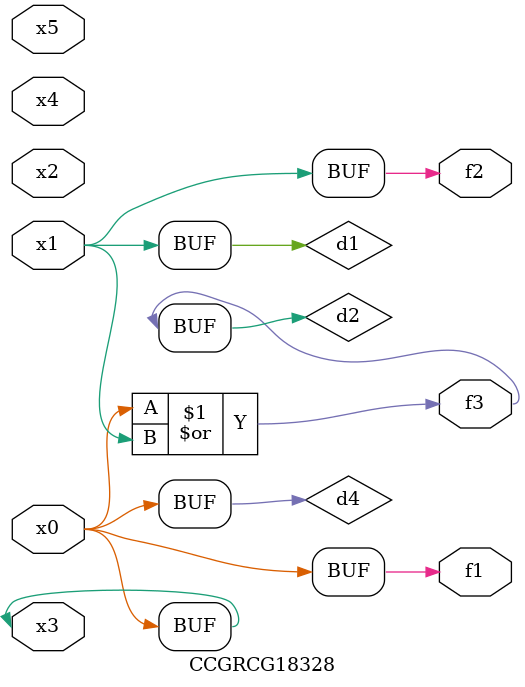
<source format=v>
module CCGRCG18328(
	input x0, x1, x2, x3, x4, x5,
	output f1, f2, f3
);

	wire d1, d2, d3, d4;

	and (d1, x1);
	or (d2, x0, x1);
	nand (d3, x0, x5);
	buf (d4, x0, x3);
	assign f1 = d4;
	assign f2 = d1;
	assign f3 = d2;
endmodule

</source>
